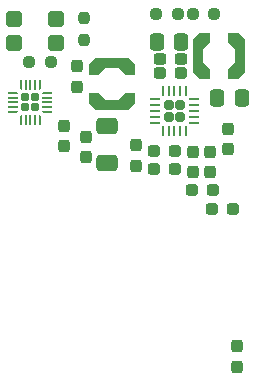
<source format=gbp>
G04 #@! TF.GenerationSoftware,KiCad,Pcbnew,(6.0.5)*
G04 #@! TF.CreationDate,2022-11-13T23:19:37+01:00*
G04 #@! TF.ProjectId,Omamori,4f6d616d-6f72-4692-9e6b-696361645f70,rev?*
G04 #@! TF.SameCoordinates,Original*
G04 #@! TF.FileFunction,Paste,Bot*
G04 #@! TF.FilePolarity,Positive*
%FSLAX46Y46*%
G04 Gerber Fmt 4.6, Leading zero omitted, Abs format (unit mm)*
G04 Created by KiCad (PCBNEW (6.0.5)) date 2022-11-13 23:19:37*
%MOMM*%
%LPD*%
G01*
G04 APERTURE LIST*
G04 Aperture macros list*
%AMRoundRect*
0 Rectangle with rounded corners*
0 $1 Rounding radius*
0 $2 $3 $4 $5 $6 $7 $8 $9 X,Y pos of 4 corners*
0 Add a 4 corners polygon primitive as box body*
4,1,4,$2,$3,$4,$5,$6,$7,$8,$9,$2,$3,0*
0 Add four circle primitives for the rounded corners*
1,1,$1+$1,$2,$3*
1,1,$1+$1,$4,$5*
1,1,$1+$1,$6,$7*
1,1,$1+$1,$8,$9*
0 Add four rect primitives between the rounded corners*
20,1,$1+$1,$2,$3,$4,$5,0*
20,1,$1+$1,$4,$5,$6,$7,0*
20,1,$1+$1,$6,$7,$8,$9,0*
20,1,$1+$1,$8,$9,$2,$3,0*%
%AMFreePoly0*
4,1,11,1.015000,1.170000,0.435000,0.575000,0.435000,-0.575000,1.015000,-1.170000,1.015000,-1.945000,0.125000,-1.945000,-0.435000,-1.395000,-0.435000,1.395000,0.125000,1.945000,1.015000,1.945000,1.015000,1.170000,1.015000,1.170000,$1*%
%AMFreePoly1*
4,1,11,0.435000,1.395000,0.435000,-1.395000,-0.125000,-1.945000,-1.015000,-1.945000,-1.015000,-1.170000,-0.435000,-0.575000,-0.435000,0.575000,-1.015000,1.170000,-1.015000,1.945000,-0.125000,1.945000,0.435000,1.395000,0.435000,1.395000,$1*%
%AMFreePoly2*
4,1,15,0.385355,0.085355,0.400000,0.050000,0.400000,0.000711,0.399705,0.000000,0.385355,-0.034644,0.334644,-0.085355,0.299289,-0.100000,-0.350000,-0.100000,-0.385355,-0.085355,-0.400000,-0.050000,-0.400000,0.050000,-0.385355,0.085355,-0.350000,0.100000,0.350000,0.100000,0.385355,0.085355,0.385355,0.085355,$1*%
%AMFreePoly3*
4,1,14,0.334644,0.085355,0.385355,0.034644,0.400000,-0.000711,0.400000,-0.050000,0.385355,-0.085355,0.350000,-0.100000,-0.350000,-0.100000,-0.385355,-0.085355,-0.400000,-0.050000,-0.400000,0.050000,-0.385355,0.085355,-0.350000,0.100000,0.299289,0.100000,0.334644,0.085355,0.334644,0.085355,$1*%
%AMFreePoly4*
4,1,14,0.085355,0.385355,0.100000,0.350000,0.100000,-0.350000,0.085355,-0.385355,0.050000,-0.400000,0.000711,-0.400000,-0.034644,-0.385355,-0.085355,-0.334644,-0.100000,-0.299289,-0.100000,0.350000,-0.085355,0.385355,-0.050000,0.400000,0.050000,0.400000,0.085355,0.385355,0.085355,0.385355,$1*%
%AMFreePoly5*
4,1,15,0.085355,0.385355,0.100000,0.350000,0.100000,-0.299289,0.099705,-0.300000,0.085355,-0.334644,0.034644,-0.385355,-0.000711,-0.400000,-0.050000,-0.400000,-0.085355,-0.385355,-0.100000,-0.350000,-0.100000,0.350000,-0.085355,0.385355,-0.050000,0.400000,0.050000,0.400000,0.085355,0.385355,0.085355,0.385355,$1*%
%AMFreePoly6*
4,1,14,0.385355,0.085355,0.400000,0.050000,0.400000,-0.050000,0.385355,-0.085355,0.350000,-0.100000,-0.350000,-0.100000,-0.385355,-0.085355,-0.400000,-0.050000,-0.400000,-0.000711,-0.385355,0.034644,-0.334644,0.085355,-0.299289,0.100000,0.350000,0.100000,0.385355,0.085355,0.385355,0.085355,$1*%
%AMFreePoly7*
4,1,14,0.385355,0.085355,0.400000,0.050000,0.400000,-0.050000,0.385355,-0.085355,0.350000,-0.100000,-0.299289,-0.100000,-0.334644,-0.085355,-0.385355,-0.034644,-0.400000,0.000711,-0.400000,0.050000,-0.385355,0.085355,-0.350000,0.100000,0.350000,0.100000,0.385355,0.085355,0.385355,0.085355,$1*%
%AMFreePoly8*
4,1,14,0.034644,0.385355,0.085355,0.334644,0.100000,0.299289,0.100000,-0.350000,0.085355,-0.385355,0.050000,-0.400000,-0.050000,-0.400000,-0.085355,-0.385355,-0.100000,-0.350000,-0.100000,0.350000,-0.085355,0.385355,-0.050000,0.400000,-0.000711,0.400000,0.034644,0.385355,0.034644,0.385355,$1*%
%AMFreePoly9*
4,1,14,0.085355,0.385355,0.100000,0.350000,0.100000,-0.350000,0.085355,-0.385355,0.050000,-0.400000,-0.050000,-0.400000,-0.085355,-0.385355,-0.100000,-0.350000,-0.100000,0.299289,-0.085355,0.334644,-0.034644,0.385355,0.000711,0.400000,0.050000,0.400000,0.085355,0.385355,0.085355,0.385355,$1*%
G04 Aperture macros list end*
%ADD10RoundRect,0.237500X0.287500X0.237500X-0.287500X0.237500X-0.287500X-0.237500X0.287500X-0.237500X0*%
%ADD11RoundRect,0.250000X-0.337500X-0.475000X0.337500X-0.475000X0.337500X0.475000X-0.337500X0.475000X0*%
%ADD12RoundRect,0.237500X-0.237500X0.300000X-0.237500X-0.300000X0.237500X-0.300000X0.237500X0.300000X0*%
%ADD13FreePoly0,180.000000*%
%ADD14FreePoly1,180.000000*%
%ADD15RoundRect,0.237500X-0.237500X0.287500X-0.237500X-0.287500X0.237500X-0.287500X0.237500X0.287500X0*%
%ADD16RoundRect,0.237500X-0.287500X-0.237500X0.287500X-0.237500X0.287500X0.237500X-0.287500X0.237500X0*%
%ADD17RoundRect,0.350000X0.350000X0.350000X-0.350000X0.350000X-0.350000X-0.350000X0.350000X-0.350000X0*%
%ADD18RoundRect,0.250000X0.337500X0.475000X-0.337500X0.475000X-0.337500X-0.475000X0.337500X-0.475000X0*%
%ADD19RoundRect,0.250000X-0.650000X0.412500X-0.650000X-0.412500X0.650000X-0.412500X0.650000X0.412500X0*%
%ADD20FreePoly0,270.000000*%
%ADD21FreePoly1,270.000000*%
%ADD22RoundRect,0.202500X0.202500X0.202500X-0.202500X0.202500X-0.202500X-0.202500X0.202500X-0.202500X0*%
%ADD23RoundRect,0.062500X0.375000X0.062500X-0.375000X0.062500X-0.375000X-0.062500X0.375000X-0.062500X0*%
%ADD24RoundRect,0.062500X0.062500X0.375000X-0.062500X0.375000X-0.062500X-0.375000X0.062500X-0.375000X0*%
%ADD25RoundRect,0.237500X-0.250000X-0.237500X0.250000X-0.237500X0.250000X0.237500X-0.250000X0.237500X0*%
%ADD26RoundRect,0.237500X0.237500X-0.300000X0.237500X0.300000X-0.237500X0.300000X-0.237500X-0.300000X0*%
%ADD27RoundRect,0.237500X0.300000X0.237500X-0.300000X0.237500X-0.300000X-0.237500X0.300000X-0.237500X0*%
%ADD28RoundRect,0.172500X0.172500X0.172500X-0.172500X0.172500X-0.172500X-0.172500X0.172500X-0.172500X0*%
%ADD29FreePoly2,180.000000*%
%ADD30RoundRect,0.050000X0.350000X0.050000X-0.350000X0.050000X-0.350000X-0.050000X0.350000X-0.050000X0*%
%ADD31FreePoly3,180.000000*%
%ADD32FreePoly4,180.000000*%
%ADD33RoundRect,0.050000X0.050000X0.350000X-0.050000X0.350000X-0.050000X-0.350000X0.050000X-0.350000X0*%
%ADD34FreePoly5,180.000000*%
%ADD35FreePoly6,180.000000*%
%ADD36FreePoly7,180.000000*%
%ADD37FreePoly8,180.000000*%
%ADD38FreePoly9,180.000000*%
%ADD39RoundRect,0.237500X-0.237500X0.250000X-0.237500X-0.250000X0.237500X-0.250000X0.237500X0.250000X0*%
G04 APERTURE END LIST*
D10*
X30375000Y-18950000D03*
X28625000Y-18950000D03*
D11*
X33462500Y-21000000D03*
X35537500Y-21000000D03*
D12*
X34400000Y-23637500D03*
X34400000Y-25362500D03*
D13*
X35365000Y-17500000D03*
D14*
X31835000Y-17500000D03*
D10*
X29875000Y-25550000D03*
X28125000Y-25550000D03*
X29875000Y-27050000D03*
X28125000Y-27050000D03*
D15*
X26600000Y-25025000D03*
X26600000Y-26775000D03*
X31400000Y-25575000D03*
X31400000Y-27325000D03*
X32900000Y-25575000D03*
X32900000Y-27325000D03*
D16*
X31375000Y-28850000D03*
X33125000Y-28850000D03*
X33025000Y-30400000D03*
X34775000Y-30400000D03*
D17*
X19800000Y-14350000D03*
X16300000Y-16350000D03*
X16300000Y-14350000D03*
X19800000Y-16350000D03*
D18*
X30437500Y-16250000D03*
X28362500Y-16250000D03*
D19*
X24100000Y-23437500D03*
X24100000Y-26562500D03*
D20*
X24550000Y-18085000D03*
D21*
X24550000Y-21615000D03*
D22*
X30350000Y-21650000D03*
X29350000Y-21650000D03*
X30350000Y-22650000D03*
X29350000Y-22650000D03*
D23*
X31537500Y-21150000D03*
X31537500Y-21650000D03*
X31537500Y-22150000D03*
X31537500Y-22650000D03*
X31537500Y-23150000D03*
D24*
X30850000Y-23837500D03*
X30350000Y-23837500D03*
X29850000Y-23837500D03*
X29350000Y-23837500D03*
X28850000Y-23837500D03*
D23*
X28162500Y-23150000D03*
X28162500Y-22650000D03*
X28162500Y-22150000D03*
X28162500Y-21650000D03*
X28162500Y-21150000D03*
D24*
X28850000Y-20462500D03*
X29350000Y-20462500D03*
X29850000Y-20462500D03*
X30350000Y-20462500D03*
X30850000Y-20462500D03*
D12*
X22350000Y-24337500D03*
X22350000Y-26062500D03*
D25*
X17537500Y-17950000D03*
X19362500Y-17950000D03*
D26*
X21600000Y-20062500D03*
X21600000Y-18337500D03*
D27*
X30362500Y-17750000D03*
X28637500Y-17750000D03*
D25*
X31387500Y-13950000D03*
X33212500Y-13950000D03*
X28287500Y-13950000D03*
X30112500Y-13950000D03*
D12*
X35150000Y-42037500D03*
X35150000Y-43762500D03*
D28*
X18075000Y-21825000D03*
X18075000Y-20975000D03*
X17225000Y-21825000D03*
X17225000Y-20975000D03*
D29*
X19100000Y-20600000D03*
D30*
X19100000Y-21000000D03*
X19100000Y-21400000D03*
X19100000Y-21800000D03*
D31*
X19100000Y-22200000D03*
D32*
X18450000Y-22850000D03*
D33*
X18050000Y-22850000D03*
X17650000Y-22850000D03*
X17250000Y-22850000D03*
D34*
X16850000Y-22850000D03*
D35*
X16200000Y-22200000D03*
D30*
X16200000Y-21800000D03*
X16200000Y-21400000D03*
X16200000Y-21000000D03*
D36*
X16200000Y-20600000D03*
D37*
X16850000Y-19950000D03*
D33*
X17250000Y-19950000D03*
X17650000Y-19950000D03*
X18050000Y-19950000D03*
D38*
X18450000Y-19950000D03*
D39*
X22150000Y-14287500D03*
X22150000Y-16112500D03*
D26*
X20500000Y-25112500D03*
X20500000Y-23387500D03*
M02*

</source>
